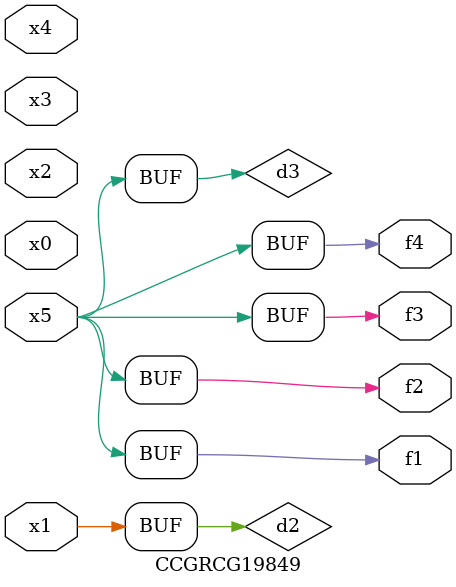
<source format=v>
module CCGRCG19849(
	input x0, x1, x2, x3, x4, x5,
	output f1, f2, f3, f4
);

	wire d1, d2, d3;

	not (d1, x5);
	or (d2, x1);
	xnor (d3, d1);
	assign f1 = d3;
	assign f2 = d3;
	assign f3 = d3;
	assign f4 = d3;
endmodule

</source>
